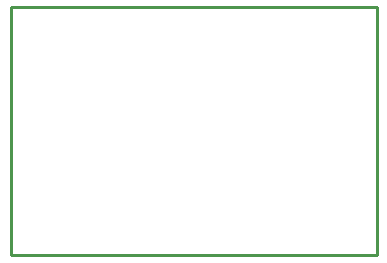
<source format=gko>
G04 Layer: BoardOutlineLayer*
G04 EasyEDA v6.5.44, 2024-08-04 20:28:30*
G04 8295df91b2f84a2d9169b475f636a574,b0d0efe6ac584fe99c24f131b36d675a,10*
G04 Gerber Generator version 0.2*
G04 Scale: 100 percent, Rotated: No, Reflected: No *
G04 Dimensions in millimeters *
G04 leading zeros omitted , absolute positions ,4 integer and 5 decimal *
%FSLAX45Y45*%
%MOMM*%

%ADD10C,0.2540*%
D10*
X699998Y4999989D02*
G01*
X3799992Y4999989D01*
X3799992Y2899994D01*
X699998Y2899994D01*
X699998Y4999989D01*

%LPD*%
M02*

</source>
